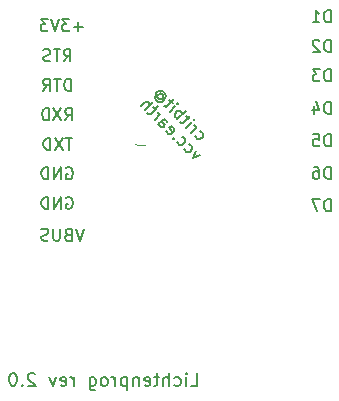
<source format=gbr>
G04 #@! TF.GenerationSoftware,KiCad,Pcbnew,5.1.5*
G04 #@! TF.CreationDate,2020-05-30T17:31:02+02:00*
G04 #@! TF.ProjectId,lichtenprog,6c696368-7465-46e7-9072-6f672e6b6963,rev?*
G04 #@! TF.SameCoordinates,Original*
G04 #@! TF.FileFunction,Legend,Bot*
G04 #@! TF.FilePolarity,Positive*
%FSLAX46Y46*%
G04 Gerber Fmt 4.6, Leading zero omitted, Abs format (unit mm)*
G04 Created by KiCad (PCBNEW 5.1.5) date 2020-05-30 17:31:02*
%MOMM*%
%LPD*%
G04 APERTURE LIST*
%ADD10C,0.120000*%
%ADD11C,0.150000*%
%ADD12C,0.200000*%
G04 APERTURE END LIST*
D10*
X76618145Y-58340825D02*
G75*
G02X75700001Y-58299999I-418145J940825D01*
G01*
D11*
X69766666Y-56252380D02*
X70100000Y-55776190D01*
X70338095Y-56252380D02*
X70338095Y-55252380D01*
X69957142Y-55252380D01*
X69861904Y-55300000D01*
X69814285Y-55347619D01*
X69766666Y-55442857D01*
X69766666Y-55585714D01*
X69814285Y-55680952D01*
X69861904Y-55728571D01*
X69957142Y-55776190D01*
X70338095Y-55776190D01*
X69433333Y-55252380D02*
X68766666Y-56252380D01*
X68766666Y-55252380D02*
X69433333Y-56252380D01*
X68385714Y-56252380D02*
X68385714Y-55252380D01*
X68147619Y-55252380D01*
X68004761Y-55300000D01*
X67909523Y-55395238D01*
X67861904Y-55490476D01*
X67814285Y-55680952D01*
X67814285Y-55823809D01*
X67861904Y-56014285D01*
X67909523Y-56109523D01*
X68004761Y-56204761D01*
X68147619Y-56252380D01*
X68385714Y-56252380D01*
X71333333Y-65452380D02*
X71000000Y-66452380D01*
X70666666Y-65452380D01*
X70000000Y-65928571D02*
X69857142Y-65976190D01*
X69809523Y-66023809D01*
X69761904Y-66119047D01*
X69761904Y-66261904D01*
X69809523Y-66357142D01*
X69857142Y-66404761D01*
X69952380Y-66452380D01*
X70333333Y-66452380D01*
X70333333Y-65452380D01*
X70000000Y-65452380D01*
X69904761Y-65500000D01*
X69857142Y-65547619D01*
X69809523Y-65642857D01*
X69809523Y-65738095D01*
X69857142Y-65833333D01*
X69904761Y-65880952D01*
X70000000Y-65928571D01*
X70333333Y-65928571D01*
X69333333Y-65452380D02*
X69333333Y-66261904D01*
X69285714Y-66357142D01*
X69238095Y-66404761D01*
X69142857Y-66452380D01*
X68952380Y-66452380D01*
X68857142Y-66404761D01*
X68809523Y-66357142D01*
X68761904Y-66261904D01*
X68761904Y-65452380D01*
X68333333Y-66404761D02*
X68190476Y-66452380D01*
X67952380Y-66452380D01*
X67857142Y-66404761D01*
X67809523Y-66357142D01*
X67761904Y-66261904D01*
X67761904Y-66166666D01*
X67809523Y-66071428D01*
X67857142Y-66023809D01*
X67952380Y-65976190D01*
X68142857Y-65928571D01*
X68238095Y-65880952D01*
X68285714Y-65833333D01*
X68333333Y-65738095D01*
X68333333Y-65642857D01*
X68285714Y-65547619D01*
X68238095Y-65500000D01*
X68142857Y-65452380D01*
X67904761Y-65452380D01*
X67761904Y-65500000D01*
X69647619Y-51252380D02*
X69980952Y-50776190D01*
X70219047Y-51252380D02*
X70219047Y-50252380D01*
X69838095Y-50252380D01*
X69742857Y-50300000D01*
X69695238Y-50347619D01*
X69647619Y-50442857D01*
X69647619Y-50585714D01*
X69695238Y-50680952D01*
X69742857Y-50728571D01*
X69838095Y-50776190D01*
X70219047Y-50776190D01*
X69361904Y-50252380D02*
X68790476Y-50252380D01*
X69076190Y-51252380D02*
X69076190Y-50252380D01*
X68504761Y-51204761D02*
X68361904Y-51252380D01*
X68123809Y-51252380D01*
X68028571Y-51204761D01*
X67980952Y-51157142D01*
X67933333Y-51061904D01*
X67933333Y-50966666D01*
X67980952Y-50871428D01*
X68028571Y-50823809D01*
X68123809Y-50776190D01*
X68314285Y-50728571D01*
X68409523Y-50680952D01*
X68457142Y-50633333D01*
X68504761Y-50538095D01*
X68504761Y-50442857D01*
X68457142Y-50347619D01*
X68409523Y-50300000D01*
X68314285Y-50252380D01*
X68076190Y-50252380D01*
X67933333Y-50300000D01*
X69861904Y-62800000D02*
X69957142Y-62752380D01*
X70100000Y-62752380D01*
X70242857Y-62800000D01*
X70338095Y-62895238D01*
X70385714Y-62990476D01*
X70433333Y-63180952D01*
X70433333Y-63323809D01*
X70385714Y-63514285D01*
X70338095Y-63609523D01*
X70242857Y-63704761D01*
X70100000Y-63752380D01*
X70004761Y-63752380D01*
X69861904Y-63704761D01*
X69814285Y-63657142D01*
X69814285Y-63323809D01*
X70004761Y-63323809D01*
X69385714Y-63752380D02*
X69385714Y-62752380D01*
X68814285Y-63752380D01*
X68814285Y-62752380D01*
X68338095Y-63752380D02*
X68338095Y-62752380D01*
X68100000Y-62752380D01*
X67957142Y-62800000D01*
X67861904Y-62895238D01*
X67814285Y-62990476D01*
X67766666Y-63180952D01*
X67766666Y-63323809D01*
X67814285Y-63514285D01*
X67861904Y-63609523D01*
X67957142Y-63704761D01*
X68100000Y-63752380D01*
X68338095Y-63752380D01*
X71261904Y-48321428D02*
X70500000Y-48321428D01*
X70880952Y-48702380D02*
X70880952Y-47940476D01*
X70119047Y-47702380D02*
X69500000Y-47702380D01*
X69833333Y-48083333D01*
X69690476Y-48083333D01*
X69595238Y-48130952D01*
X69547619Y-48178571D01*
X69500000Y-48273809D01*
X69500000Y-48511904D01*
X69547619Y-48607142D01*
X69595238Y-48654761D01*
X69690476Y-48702380D01*
X69976190Y-48702380D01*
X70071428Y-48654761D01*
X70119047Y-48607142D01*
X69214285Y-47702380D02*
X68880952Y-48702380D01*
X68547619Y-47702380D01*
X68309523Y-47702380D02*
X67690476Y-47702380D01*
X68023809Y-48083333D01*
X67880952Y-48083333D01*
X67785714Y-48130952D01*
X67738095Y-48178571D01*
X67690476Y-48273809D01*
X67690476Y-48511904D01*
X67738095Y-48607142D01*
X67785714Y-48654761D01*
X67880952Y-48702380D01*
X68166666Y-48702380D01*
X68261904Y-48654761D01*
X68309523Y-48607142D01*
X70242857Y-53752380D02*
X70242857Y-52752380D01*
X70004761Y-52752380D01*
X69861904Y-52800000D01*
X69766666Y-52895238D01*
X69719047Y-52990476D01*
X69671428Y-53180952D01*
X69671428Y-53323809D01*
X69719047Y-53514285D01*
X69766666Y-53609523D01*
X69861904Y-53704761D01*
X70004761Y-53752380D01*
X70242857Y-53752380D01*
X69385714Y-52752380D02*
X68814285Y-52752380D01*
X69100000Y-53752380D02*
X69100000Y-52752380D01*
X67909523Y-53752380D02*
X68242857Y-53276190D01*
X68480952Y-53752380D02*
X68480952Y-52752380D01*
X68100000Y-52752380D01*
X68004761Y-52800000D01*
X67957142Y-52847619D01*
X67909523Y-52942857D01*
X67909523Y-53085714D01*
X67957142Y-53180952D01*
X68004761Y-53228571D01*
X68100000Y-53276190D01*
X68480952Y-53276190D01*
X70361904Y-57752380D02*
X69790476Y-57752380D01*
X70076190Y-58752380D02*
X70076190Y-57752380D01*
X69552380Y-57752380D02*
X68885714Y-58752380D01*
X68885714Y-57752380D02*
X69552380Y-58752380D01*
X68504761Y-58752380D02*
X68504761Y-57752380D01*
X68266666Y-57752380D01*
X68123809Y-57800000D01*
X68028571Y-57895238D01*
X67980952Y-57990476D01*
X67933333Y-58180952D01*
X67933333Y-58323809D01*
X67980952Y-58514285D01*
X68028571Y-58609523D01*
X68123809Y-58704761D01*
X68266666Y-58752380D01*
X68504761Y-58752380D01*
X69861904Y-60300000D02*
X69957142Y-60252380D01*
X70100000Y-60252380D01*
X70242857Y-60300000D01*
X70338095Y-60395238D01*
X70385714Y-60490476D01*
X70433333Y-60680952D01*
X70433333Y-60823809D01*
X70385714Y-61014285D01*
X70338095Y-61109523D01*
X70242857Y-61204761D01*
X70100000Y-61252380D01*
X70004761Y-61252380D01*
X69861904Y-61204761D01*
X69814285Y-61157142D01*
X69814285Y-60823809D01*
X70004761Y-60823809D01*
X69385714Y-61252380D02*
X69385714Y-60252380D01*
X68814285Y-61252380D01*
X68814285Y-60252380D01*
X68338095Y-61252380D02*
X68338095Y-60252380D01*
X68100000Y-60252380D01*
X67957142Y-60300000D01*
X67861904Y-60395238D01*
X67814285Y-60490476D01*
X67766666Y-60680952D01*
X67766666Y-60823809D01*
X67814285Y-61014285D01*
X67861904Y-61109523D01*
X67957142Y-61204761D01*
X68100000Y-61252380D01*
X68338095Y-61252380D01*
X81208037Y-59154992D02*
X80568274Y-59458037D01*
X80871320Y-58818274D01*
X79861167Y-58683587D02*
X79894839Y-58784602D01*
X80029526Y-58919289D01*
X80130541Y-58952961D01*
X80197885Y-58952961D01*
X80298900Y-58919289D01*
X80500931Y-58717259D01*
X80534602Y-58616244D01*
X80534602Y-58548900D01*
X80500931Y-58447885D01*
X80366244Y-58313198D01*
X80265228Y-58279526D01*
X79255076Y-58077496D02*
X79288748Y-58178511D01*
X79423435Y-58313198D01*
X79524450Y-58346870D01*
X79591793Y-58346870D01*
X79692809Y-58313198D01*
X79894839Y-58111167D01*
X79928511Y-58010152D01*
X79928511Y-57942809D01*
X79894839Y-57841793D01*
X79760152Y-57707106D01*
X79659137Y-57673435D01*
X78985702Y-57740778D02*
X78918358Y-57740778D01*
X78918358Y-57808122D01*
X78985702Y-57808122D01*
X78985702Y-57740778D01*
X78918358Y-57808122D01*
X78345938Y-57168358D02*
X78379610Y-57269374D01*
X78514297Y-57404061D01*
X78615312Y-57437732D01*
X78716328Y-57404061D01*
X78985702Y-57134687D01*
X79019374Y-57033671D01*
X78985702Y-56932656D01*
X78851015Y-56797969D01*
X78750000Y-56764297D01*
X78648984Y-56797969D01*
X78581641Y-56865312D01*
X78851015Y-57269374D01*
X77672503Y-56562267D02*
X78042893Y-56191877D01*
X78143908Y-56158206D01*
X78244923Y-56191877D01*
X78379610Y-56326564D01*
X78413282Y-56427580D01*
X77706175Y-56528595D02*
X77739847Y-56629610D01*
X77908206Y-56797969D01*
X78009221Y-56831641D01*
X78110236Y-56797969D01*
X78177580Y-56730625D01*
X78211251Y-56629610D01*
X78177580Y-56528595D01*
X78009221Y-56360236D01*
X77975549Y-56259221D01*
X77335786Y-56225549D02*
X77807190Y-55754145D01*
X77672503Y-55888832D02*
X77706175Y-55787816D01*
X77706175Y-55720473D01*
X77672503Y-55619458D01*
X77605160Y-55552114D01*
X77470473Y-55417427D02*
X77201099Y-55148053D01*
X77605160Y-55080710D02*
X76999068Y-55686801D01*
X76898053Y-55720473D01*
X76797038Y-55686801D01*
X76729694Y-55619458D01*
X76493992Y-55383755D02*
X77201099Y-54676649D01*
X76190946Y-55080710D02*
X76561336Y-54710320D01*
X76662351Y-54676649D01*
X76763366Y-54710320D01*
X76864381Y-54811336D01*
X76898053Y-54912351D01*
X76898053Y-54979694D01*
X80779526Y-57601946D02*
X80813198Y-57702961D01*
X80947885Y-57837648D01*
X81048900Y-57871320D01*
X81116244Y-57871320D01*
X81217259Y-57837648D01*
X81419289Y-57635618D01*
X81452961Y-57534602D01*
X81452961Y-57467259D01*
X81419289Y-57366244D01*
X81284602Y-57231557D01*
X81183587Y-57197885D01*
X80442809Y-57332572D02*
X80914213Y-56861167D01*
X80779526Y-56995854D02*
X80813198Y-56894839D01*
X80813198Y-56827496D01*
X80779526Y-56726480D01*
X80712183Y-56659137D01*
X80005076Y-56894839D02*
X80476480Y-56423435D01*
X80712183Y-56187732D02*
X80712183Y-56255076D01*
X80644839Y-56255076D01*
X80644839Y-56187732D01*
X80712183Y-56187732D01*
X80644839Y-56255076D01*
X80240778Y-56187732D02*
X79971404Y-55918358D01*
X80375465Y-55851015D02*
X79769374Y-56457106D01*
X79668358Y-56490778D01*
X79567343Y-56457106D01*
X79499999Y-56389763D01*
X79264297Y-56154061D02*
X79971404Y-55446954D01*
X79702030Y-55716328D02*
X79668358Y-55615312D01*
X79533671Y-55480625D01*
X79432656Y-55446954D01*
X79365312Y-55446954D01*
X79264297Y-55480625D01*
X79062267Y-55682656D01*
X79028595Y-55783671D01*
X79028595Y-55851015D01*
X79062267Y-55952030D01*
X79196954Y-56086717D01*
X79297969Y-56120389D01*
X78624534Y-55514297D02*
X79095938Y-55042893D01*
X79331641Y-54807190D02*
X79331641Y-54874534D01*
X79264297Y-54874534D01*
X79264297Y-54807190D01*
X79331641Y-54807190D01*
X79264297Y-54874534D01*
X78860236Y-54807190D02*
X78590862Y-54537816D01*
X78994923Y-54470473D02*
X78388832Y-55076564D01*
X78287816Y-55110236D01*
X78186801Y-55076564D01*
X78119458Y-55009221D01*
X77782740Y-53999068D02*
X77850084Y-53999068D01*
X77951099Y-54032740D01*
X78018442Y-54100084D01*
X78052114Y-54201099D01*
X78052114Y-54268442D01*
X78018442Y-54369458D01*
X77951099Y-54436801D01*
X77850084Y-54470473D01*
X77782740Y-54470473D01*
X77681725Y-54436801D01*
X77614381Y-54369458D01*
X77580710Y-54268442D01*
X77580710Y-54201099D01*
X77850084Y-53931725D02*
X77580710Y-54201099D01*
X77513366Y-54201099D01*
X77479694Y-54167427D01*
X77446023Y-54066412D01*
X77479694Y-53965397D01*
X77648053Y-53797038D01*
X77816412Y-53763366D01*
X77984771Y-53797038D01*
X78153129Y-53898053D01*
X78254145Y-54066412D01*
X78287816Y-54234771D01*
X78254145Y-54403129D01*
X78153129Y-54571488D01*
X77984771Y-54672503D01*
X77816412Y-54706175D01*
X77648053Y-54672503D01*
X77479694Y-54571488D01*
X77378679Y-54403129D01*
X77345007Y-54234771D01*
D12*
X80385714Y-78747619D02*
X80909523Y-78747619D01*
X80909523Y-77647619D01*
X80019047Y-78747619D02*
X80019047Y-78014285D01*
X80019047Y-77647619D02*
X80071428Y-77700000D01*
X80019047Y-77752380D01*
X79966666Y-77700000D01*
X80019047Y-77647619D01*
X80019047Y-77752380D01*
X79023809Y-78695238D02*
X79128571Y-78747619D01*
X79338095Y-78747619D01*
X79442857Y-78695238D01*
X79495238Y-78642857D01*
X79547619Y-78538095D01*
X79547619Y-78223809D01*
X79495238Y-78119047D01*
X79442857Y-78066666D01*
X79338095Y-78014285D01*
X79128571Y-78014285D01*
X79023809Y-78066666D01*
X78552380Y-78747619D02*
X78552380Y-77647619D01*
X78080952Y-78747619D02*
X78080952Y-78171428D01*
X78133333Y-78066666D01*
X78238095Y-78014285D01*
X78395238Y-78014285D01*
X78500000Y-78066666D01*
X78552380Y-78119047D01*
X77714285Y-78014285D02*
X77295238Y-78014285D01*
X77557142Y-77647619D02*
X77557142Y-78590476D01*
X77504761Y-78695238D01*
X77400000Y-78747619D01*
X77295238Y-78747619D01*
X76509523Y-78695238D02*
X76614285Y-78747619D01*
X76823809Y-78747619D01*
X76928571Y-78695238D01*
X76980952Y-78590476D01*
X76980952Y-78171428D01*
X76928571Y-78066666D01*
X76823809Y-78014285D01*
X76614285Y-78014285D01*
X76509523Y-78066666D01*
X76457142Y-78171428D01*
X76457142Y-78276190D01*
X76980952Y-78380952D01*
X75985714Y-78014285D02*
X75985714Y-78747619D01*
X75985714Y-78119047D02*
X75933333Y-78066666D01*
X75828571Y-78014285D01*
X75671428Y-78014285D01*
X75566666Y-78066666D01*
X75514285Y-78171428D01*
X75514285Y-78747619D01*
X74990476Y-78014285D02*
X74990476Y-79114285D01*
X74990476Y-78066666D02*
X74885714Y-78014285D01*
X74676190Y-78014285D01*
X74571428Y-78066666D01*
X74519047Y-78119047D01*
X74466666Y-78223809D01*
X74466666Y-78538095D01*
X74519047Y-78642857D01*
X74571428Y-78695238D01*
X74676190Y-78747619D01*
X74885714Y-78747619D01*
X74990476Y-78695238D01*
X73995238Y-78747619D02*
X73995238Y-78014285D01*
X73995238Y-78223809D02*
X73942857Y-78119047D01*
X73890476Y-78066666D01*
X73785714Y-78014285D01*
X73680952Y-78014285D01*
X73157142Y-78747619D02*
X73261904Y-78695238D01*
X73314285Y-78642857D01*
X73366666Y-78538095D01*
X73366666Y-78223809D01*
X73314285Y-78119047D01*
X73261904Y-78066666D01*
X73157142Y-78014285D01*
X73000000Y-78014285D01*
X72895238Y-78066666D01*
X72842857Y-78119047D01*
X72790476Y-78223809D01*
X72790476Y-78538095D01*
X72842857Y-78642857D01*
X72895238Y-78695238D01*
X73000000Y-78747619D01*
X73157142Y-78747619D01*
X71847619Y-78014285D02*
X71847619Y-78904761D01*
X71900000Y-79009523D01*
X71952380Y-79061904D01*
X72057142Y-79114285D01*
X72214285Y-79114285D01*
X72319047Y-79061904D01*
X71847619Y-78695238D02*
X71952380Y-78747619D01*
X72161904Y-78747619D01*
X72266666Y-78695238D01*
X72319047Y-78642857D01*
X72371428Y-78538095D01*
X72371428Y-78223809D01*
X72319047Y-78119047D01*
X72266666Y-78066666D01*
X72161904Y-78014285D01*
X71952380Y-78014285D01*
X71847619Y-78066666D01*
X70485714Y-78747619D02*
X70485714Y-78014285D01*
X70485714Y-78223809D02*
X70433333Y-78119047D01*
X70380952Y-78066666D01*
X70276190Y-78014285D01*
X70171428Y-78014285D01*
X69385714Y-78695238D02*
X69490476Y-78747619D01*
X69700000Y-78747619D01*
X69804761Y-78695238D01*
X69857142Y-78590476D01*
X69857142Y-78171428D01*
X69804761Y-78066666D01*
X69700000Y-78014285D01*
X69490476Y-78014285D01*
X69385714Y-78066666D01*
X69333333Y-78171428D01*
X69333333Y-78276190D01*
X69857142Y-78380952D01*
X68966666Y-78014285D02*
X68704761Y-78747619D01*
X68442857Y-78014285D01*
X67238095Y-77752380D02*
X67185714Y-77700000D01*
X67080952Y-77647619D01*
X66819047Y-77647619D01*
X66714285Y-77700000D01*
X66661904Y-77752380D01*
X66609523Y-77857142D01*
X66609523Y-77961904D01*
X66661904Y-78119047D01*
X67290476Y-78747619D01*
X66609523Y-78747619D01*
X66138095Y-78642857D02*
X66085714Y-78695238D01*
X66138095Y-78747619D01*
X66190476Y-78695238D01*
X66138095Y-78642857D01*
X66138095Y-78747619D01*
X65404761Y-77647619D02*
X65300000Y-77647619D01*
X65195238Y-77700000D01*
X65142857Y-77752380D01*
X65090476Y-77857142D01*
X65038095Y-78066666D01*
X65038095Y-78328571D01*
X65090476Y-78538095D01*
X65142857Y-78642857D01*
X65195238Y-78695238D01*
X65300000Y-78747619D01*
X65404761Y-78747619D01*
X65509523Y-78695238D01*
X65561904Y-78642857D01*
X65614285Y-78538095D01*
X65666666Y-78328571D01*
X65666666Y-78066666D01*
X65614285Y-77857142D01*
X65561904Y-77752380D01*
X65509523Y-77700000D01*
X65404761Y-77647619D01*
D11*
X92238095Y-63952380D02*
X92238095Y-62952380D01*
X92000000Y-62952380D01*
X91857142Y-63000000D01*
X91761904Y-63095238D01*
X91714285Y-63190476D01*
X91666666Y-63380952D01*
X91666666Y-63523809D01*
X91714285Y-63714285D01*
X91761904Y-63809523D01*
X91857142Y-63904761D01*
X92000000Y-63952380D01*
X92238095Y-63952380D01*
X91333333Y-62952380D02*
X90666666Y-62952380D01*
X91095238Y-63952380D01*
X92238095Y-61202380D02*
X92238095Y-60202380D01*
X92000000Y-60202380D01*
X91857142Y-60250000D01*
X91761904Y-60345238D01*
X91714285Y-60440476D01*
X91666666Y-60630952D01*
X91666666Y-60773809D01*
X91714285Y-60964285D01*
X91761904Y-61059523D01*
X91857142Y-61154761D01*
X92000000Y-61202380D01*
X92238095Y-61202380D01*
X90809523Y-60202380D02*
X91000000Y-60202380D01*
X91095238Y-60250000D01*
X91142857Y-60297619D01*
X91238095Y-60440476D01*
X91285714Y-60630952D01*
X91285714Y-61011904D01*
X91238095Y-61107142D01*
X91190476Y-61154761D01*
X91095238Y-61202380D01*
X90904761Y-61202380D01*
X90809523Y-61154761D01*
X90761904Y-61107142D01*
X90714285Y-61011904D01*
X90714285Y-60773809D01*
X90761904Y-60678571D01*
X90809523Y-60630952D01*
X90904761Y-60583333D01*
X91095238Y-60583333D01*
X91190476Y-60630952D01*
X91238095Y-60678571D01*
X91285714Y-60773809D01*
X92238095Y-58452380D02*
X92238095Y-57452380D01*
X92000000Y-57452380D01*
X91857142Y-57500000D01*
X91761904Y-57595238D01*
X91714285Y-57690476D01*
X91666666Y-57880952D01*
X91666666Y-58023809D01*
X91714285Y-58214285D01*
X91761904Y-58309523D01*
X91857142Y-58404761D01*
X92000000Y-58452380D01*
X92238095Y-58452380D01*
X90761904Y-57452380D02*
X91238095Y-57452380D01*
X91285714Y-57928571D01*
X91238095Y-57880952D01*
X91142857Y-57833333D01*
X90904761Y-57833333D01*
X90809523Y-57880952D01*
X90761904Y-57928571D01*
X90714285Y-58023809D01*
X90714285Y-58261904D01*
X90761904Y-58357142D01*
X90809523Y-58404761D01*
X90904761Y-58452380D01*
X91142857Y-58452380D01*
X91238095Y-58404761D01*
X91285714Y-58357142D01*
X92238095Y-55702380D02*
X92238095Y-54702380D01*
X92000000Y-54702380D01*
X91857142Y-54750000D01*
X91761904Y-54845238D01*
X91714285Y-54940476D01*
X91666666Y-55130952D01*
X91666666Y-55273809D01*
X91714285Y-55464285D01*
X91761904Y-55559523D01*
X91857142Y-55654761D01*
X92000000Y-55702380D01*
X92238095Y-55702380D01*
X90809523Y-55035714D02*
X90809523Y-55702380D01*
X91047619Y-54654761D02*
X91285714Y-55369047D01*
X90666666Y-55369047D01*
X92238095Y-52952380D02*
X92238095Y-51952380D01*
X92000000Y-51952380D01*
X91857142Y-52000000D01*
X91761904Y-52095238D01*
X91714285Y-52190476D01*
X91666666Y-52380952D01*
X91666666Y-52523809D01*
X91714285Y-52714285D01*
X91761904Y-52809523D01*
X91857142Y-52904761D01*
X92000000Y-52952380D01*
X92238095Y-52952380D01*
X91333333Y-51952380D02*
X90714285Y-51952380D01*
X91047619Y-52333333D01*
X90904761Y-52333333D01*
X90809523Y-52380952D01*
X90761904Y-52428571D01*
X90714285Y-52523809D01*
X90714285Y-52761904D01*
X90761904Y-52857142D01*
X90809523Y-52904761D01*
X90904761Y-52952380D01*
X91190476Y-52952380D01*
X91285714Y-52904761D01*
X91333333Y-52857142D01*
X92238095Y-50452380D02*
X92238095Y-49452380D01*
X92000000Y-49452380D01*
X91857142Y-49500000D01*
X91761904Y-49595238D01*
X91714285Y-49690476D01*
X91666666Y-49880952D01*
X91666666Y-50023809D01*
X91714285Y-50214285D01*
X91761904Y-50309523D01*
X91857142Y-50404761D01*
X92000000Y-50452380D01*
X92238095Y-50452380D01*
X91285714Y-49547619D02*
X91238095Y-49500000D01*
X91142857Y-49452380D01*
X90904761Y-49452380D01*
X90809523Y-49500000D01*
X90761904Y-49547619D01*
X90714285Y-49642857D01*
X90714285Y-49738095D01*
X90761904Y-49880952D01*
X91333333Y-50452380D01*
X90714285Y-50452380D01*
X92238095Y-47952380D02*
X92238095Y-46952380D01*
X92000000Y-46952380D01*
X91857142Y-47000000D01*
X91761904Y-47095238D01*
X91714285Y-47190476D01*
X91666666Y-47380952D01*
X91666666Y-47523809D01*
X91714285Y-47714285D01*
X91761904Y-47809523D01*
X91857142Y-47904761D01*
X92000000Y-47952380D01*
X92238095Y-47952380D01*
X90714285Y-47952380D02*
X91285714Y-47952380D01*
X91000000Y-47952380D02*
X91000000Y-46952380D01*
X91095238Y-47095238D01*
X91190476Y-47190476D01*
X91285714Y-47238095D01*
M02*

</source>
